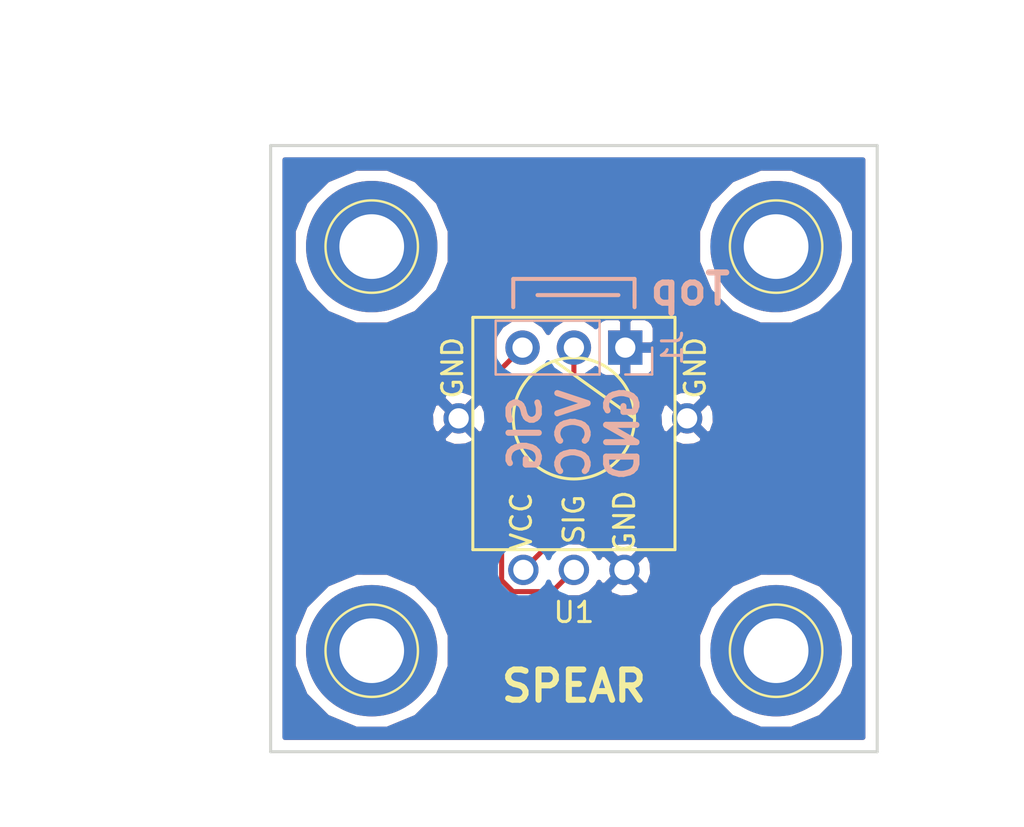
<source format=kicad_pcb>
(kicad_pcb (version 4) (host pcbnew 4.0.7)

  (general
    (links 5)
    (no_connects 0)
    (area 119.924999 69.924999 150.075001 115.075001)
    (thickness 1.6)
    (drawings 17)
    (tracks 8)
    (zones 0)
    (modules 6)
    (nets 4)
  )

  (page A4)
  (layers
    (0 F.Cu signal)
    (31 B.Cu signal)
    (32 B.Adhes user)
    (33 F.Adhes user)
    (34 B.Paste user)
    (35 F.Paste user)
    (36 B.SilkS user)
    (37 F.SilkS user)
    (38 B.Mask user)
    (39 F.Mask user)
    (40 Dwgs.User user)
    (41 Cmts.User user)
    (42 Eco1.User user)
    (43 Eco2.User user)
    (44 Edge.Cuts user)
    (45 Margin user)
    (46 B.CrtYd user)
    (47 F.CrtYd user)
    (48 B.Fab user)
    (49 F.Fab user)
  )

  (setup
    (last_trace_width 0.25)
    (trace_clearance 0.2)
    (zone_clearance 0.508)
    (zone_45_only no)
    (trace_min 0.2)
    (segment_width 0.2)
    (edge_width 0.15)
    (via_size 0.6)
    (via_drill 0.4)
    (via_min_size 0.4)
    (via_min_drill 0.3)
    (uvia_size 0.3)
    (uvia_drill 0.1)
    (uvias_allowed no)
    (uvia_min_size 0.2)
    (uvia_min_drill 0.1)
    (pcb_text_width 0.3)
    (pcb_text_size 1.5 1.5)
    (mod_edge_width 0.15)
    (mod_text_size 1 1)
    (mod_text_width 0.15)
    (pad_size 6.5 6.5)
    (pad_drill 3.2)
    (pad_to_mask_clearance 0.2)
    (aux_axis_origin 120 70)
    (grid_origin 120 115)
    (visible_elements 7FFFFFFF)
    (pcbplotparams
      (layerselection 0x010f0_80000001)
      (usegerberextensions false)
      (excludeedgelayer true)
      (linewidth 0.100000)
      (plotframeref false)
      (viasonmask false)
      (mode 1)
      (useauxorigin false)
      (hpglpennumber 1)
      (hpglpenspeed 20)
      (hpglpendiameter 15)
      (hpglpenoverlay 2)
      (psnegative false)
      (psa4output false)
      (plotreference true)
      (plotvalue true)
      (plotinvisibletext false)
      (padsonsilk false)
      (subtractmaskfromsilk false)
      (outputformat 1)
      (mirror false)
      (drillshape 0)
      (scaleselection 1)
      (outputdirectory Gerbers/))
  )

  (net 0 "")
  (net 1 /GND)
  (net 2 /VCC)
  (net 3 /SIGNAL)

  (net_class Default "This is the default net class."
    (clearance 0.2)
    (trace_width 0.25)
    (via_dia 0.6)
    (via_drill 0.4)
    (uvia_dia 0.3)
    (uvia_drill 0.1)
    (add_net /GND)
    (add_net /SIGNAL)
    (add_net /VCC)
  )

  (module Pin_Headers:Pin_Header_Straight_1x03_Pitch2.54mm (layer B.Cu) (tedit 59650532) (tstamp 5B33A996)
    (at 137.54 95 90)
    (descr "Through hole straight pin header, 1x03, 2.54mm pitch, single row")
    (tags "Through hole pin header THT 1x03 2.54mm single row")
    (path /5B32667A)
    (fp_text reference J1 (at 0 2.33 90) (layer B.SilkS)
      (effects (font (size 1 1) (thickness 0.15)) (justify mirror))
    )
    (fp_text value Conn_01x03 (at 0 -7.41 90) (layer B.Fab)
      (effects (font (size 1 1) (thickness 0.15)) (justify mirror))
    )
    (fp_line (start -0.635 1.27) (end 1.27 1.27) (layer B.Fab) (width 0.1))
    (fp_line (start 1.27 1.27) (end 1.27 -6.35) (layer B.Fab) (width 0.1))
    (fp_line (start 1.27 -6.35) (end -1.27 -6.35) (layer B.Fab) (width 0.1))
    (fp_line (start -1.27 -6.35) (end -1.27 0.635) (layer B.Fab) (width 0.1))
    (fp_line (start -1.27 0.635) (end -0.635 1.27) (layer B.Fab) (width 0.1))
    (fp_line (start -1.33 -6.41) (end 1.33 -6.41) (layer B.SilkS) (width 0.12))
    (fp_line (start -1.33 -1.27) (end -1.33 -6.41) (layer B.SilkS) (width 0.12))
    (fp_line (start 1.33 -1.27) (end 1.33 -6.41) (layer B.SilkS) (width 0.12))
    (fp_line (start -1.33 -1.27) (end 1.33 -1.27) (layer B.SilkS) (width 0.12))
    (fp_line (start -1.33 0) (end -1.33 1.33) (layer B.SilkS) (width 0.12))
    (fp_line (start -1.33 1.33) (end 0 1.33) (layer B.SilkS) (width 0.12))
    (fp_line (start -1.8 1.8) (end -1.8 -6.85) (layer B.CrtYd) (width 0.05))
    (fp_line (start -1.8 -6.85) (end 1.8 -6.85) (layer B.CrtYd) (width 0.05))
    (fp_line (start 1.8 -6.85) (end 1.8 1.8) (layer B.CrtYd) (width 0.05))
    (fp_line (start 1.8 1.8) (end -1.8 1.8) (layer B.CrtYd) (width 0.05))
    (fp_text user %R (at 0 -2.54 360) (layer B.Fab)
      (effects (font (size 1 1) (thickness 0.15)) (justify mirror))
    )
    (pad 1 thru_hole rect (at 0 0 90) (size 1.7 1.7) (drill 1) (layers *.Cu *.Mask)
      (net 1 /GND))
    (pad 2 thru_hole oval (at 0 -2.54 90) (size 1.7 1.7) (drill 1) (layers *.Cu *.Mask)
      (net 2 /VCC))
    (pad 3 thru_hole oval (at 0 -5.08 90) (size 1.7 1.7) (drill 1) (layers *.Cu *.Mask)
      (net 3 /SIGNAL))
    (model ${KISYS3DMOD}/Pin_Headers.3dshapes/Pin_Header_Straight_1x03_Pitch2.54mm.wrl
      (at (xyz 0 0 0))
      (scale (xyz 1 1 1))
      (rotate (xyz 0 0 0))
    )
  )

  (module Connectors:1pin (layer F.Cu) (tedit 5B35C26C) (tstamp 5B33B2E1)
    (at 125 90)
    (descr "module 1 pin (ou trou mecanique de percage)")
    (tags DEV)
    (fp_text reference REF** (at 0 -3.048) (layer F.SilkS) hide
      (effects (font (size 1 1) (thickness 0.15)))
    )
    (fp_text value 1pin (at 0 3) (layer F.Fab)
      (effects (font (size 1 1) (thickness 0.15)))
    )
    (fp_circle (center 0 0) (end 2 0.8) (layer F.Fab) (width 0.1))
    (fp_circle (center 0 0) (end 2.6 0) (layer F.CrtYd) (width 0.05))
    (fp_circle (center 0 0) (end 0 -2.286) (layer F.SilkS) (width 0.12))
    (pad ~ thru_hole circle (at 0 0) (size 6.5 6.5) (drill 3.2) (layers *.Cu *.Mask))
  )

  (module Connectors:1pin (layer F.Cu) (tedit 5B35C274) (tstamp 5B33B2F0)
    (at 145 90)
    (descr "module 1 pin (ou trou mecanique de percage)")
    (tags DEV)
    (fp_text reference REF** (at 0 -3.048) (layer F.SilkS) hide
      (effects (font (size 1 1) (thickness 0.15)))
    )
    (fp_text value 1pin (at 0 3) (layer F.Fab)
      (effects (font (size 1 1) (thickness 0.15)))
    )
    (fp_circle (center 0 0) (end 2 0.8) (layer F.Fab) (width 0.1))
    (fp_circle (center 0 0) (end 2.6 0) (layer F.CrtYd) (width 0.05))
    (fp_circle (center 0 0) (end 0 -2.286) (layer F.SilkS) (width 0.12))
    (pad ~ thru_hole circle (at 0 0) (size 6.5 6.5) (drill 3.2) (layers *.Cu *.Mask))
  )

  (module Connectors:1pin (layer F.Cu) (tedit 5B35C257) (tstamp 5B33B302)
    (at 125 110)
    (descr "module 1 pin (ou trou mecanique de percage)")
    (tags DEV)
    (fp_text reference REF** (at 0 -3.048) (layer F.SilkS) hide
      (effects (font (size 1 1) (thickness 0.15)))
    )
    (fp_text value 1pin (at 0 3) (layer F.Fab)
      (effects (font (size 1 1) (thickness 0.15)))
    )
    (fp_circle (center 0 0) (end 2 0.8) (layer F.Fab) (width 0.1))
    (fp_circle (center 0 0) (end 2.6 0) (layer F.CrtYd) (width 0.05))
    (fp_circle (center 0 0) (end 0 -2.286) (layer F.SilkS) (width 0.12))
    (pad ~ thru_hole circle (at 0 0) (size 6.5 6.5) (drill 3.2) (layers *.Cu *.Mask))
  )

  (module Connectors:1pin (layer F.Cu) (tedit 5B35C262) (tstamp 5B33B312)
    (at 145 110)
    (descr "module 1 pin (ou trou mecanique de percage)")
    (tags DEV)
    (fp_text reference REF** (at 0 -3.048) (layer F.SilkS) hide
      (effects (font (size 1 1) (thickness 0.15)))
    )
    (fp_text value 1pin (at 0 3) (layer F.Fab)
      (effects (font (size 1 1) (thickness 0.15)))
    )
    (fp_circle (center 0 0) (end 2 0.8) (layer F.Fab) (width 0.1))
    (fp_circle (center 0 0) (end 2.6 0) (layer F.CrtYd) (width 0.05))
    (fp_circle (center 0 0) (end 0 -2.286) (layer F.SilkS) (width 0.12))
    (pad ~ thru_hole circle (at 0 0) (size 6.5 6.5) (drill 3.2) (layers *.Cu *.Mask))
  )

  (module "SPEAR Arm Encoder:Potentiometer" (layer F.Cu) (tedit 5B35BFD1) (tstamp 5B35C1CA)
    (at 135 101)
    (path /5B325F2E)
    (fp_text reference U1 (at 0 7.1) (layer F.SilkS)
      (effects (font (size 1 1) (thickness 0.15)))
    )
    (fp_text value Potentiometer (at 0 -8.2) (layer F.Fab)
      (effects (font (size 1 1) (thickness 0.15)))
    )
    (fp_line (start 3 -2.5) (end -0.9 -5.3) (layer F.SilkS) (width 0.15))
    (fp_circle (center 0 -2.5) (end 3 -2.5) (layer F.SilkS) (width 0.15))
    (fp_line (start -5 -7.5) (end -5 4) (layer F.SilkS) (width 0.15))
    (fp_line (start 5 -7.5) (end -5 -7.5) (layer F.SilkS) (width 0.15))
    (fp_line (start 5 4) (end 5 -7.5) (layer F.SilkS) (width 0.15))
    (fp_line (start -5 4) (end 5 4) (layer F.SilkS) (width 0.15))
    (fp_text user GND (at -6 -5 90) (layer F.SilkS)
      (effects (font (size 1 1) (thickness 0.15)))
    )
    (fp_text user GND (at 6 -5 90) (layer F.SilkS)
      (effects (font (size 1 1) (thickness 0.15)))
    )
    (fp_text user GND (at 2.5 2.6 270) (layer F.SilkS)
      (effects (font (size 1 1) (thickness 0.15)))
    )
    (fp_text user SIG (at 0 2.5 90) (layer F.SilkS)
      (effects (font (size 1 1) (thickness 0.15)))
    )
    (fp_text user VCC (at -2.6 2.6 270) (layer F.SilkS)
      (effects (font (size 1 1) (thickness 0.15)))
    )
    (pad 1 thru_hole circle (at -2.5 5) (size 1.5 1.5) (drill 1) (layers *.Cu *.Mask)
      (net 2 /VCC))
    (pad 2 thru_hole circle (at 0 5) (size 1.5 1.5) (drill 1) (layers *.Cu *.Mask)
      (net 3 /SIGNAL))
    (pad 3 thru_hole circle (at 2.5 5) (size 1.5 1.5) (drill 1) (layers *.Cu *.Mask)
      (net 1 /GND))
    (pad 4 thru_hole circle (at -5.7 -2.5) (size 1.5 1.5) (drill 1) (layers *.Cu *.Mask)
      (net 1 /GND))
    (pad 5 thru_hole circle (at 5.6 -2.5) (size 1.5 1.5) (drill 1) (layers *.Cu *.Mask)
      (net 1 /GND))
  )

  (dimension 20 (width 0.3) (layer Cmts.User)
    (gr_text "20.000 mm" (at 135 79.65) (layer Cmts.User)
      (effects (font (size 1.5 1.5) (thickness 0.3)))
    )
    (feature1 (pts (xy 145 90) (xy 145 78.3)))
    (feature2 (pts (xy 125 90) (xy 125 78.3)))
    (crossbar (pts (xy 125 81) (xy 145 81)))
    (arrow1a (pts (xy 145 81) (xy 143.873496 81.586421)))
    (arrow1b (pts (xy 145 81) (xy 143.873496 80.413579)))
    (arrow2a (pts (xy 125 81) (xy 126.126504 81.586421)))
    (arrow2b (pts (xy 125 81) (xy 126.126504 80.413579)))
  )
  (dimension 20 (width 0.3) (layer Cmts.User)
    (gr_text "20.000 mm" (at 112.9 100 270) (layer Cmts.User)
      (effects (font (size 1.5 1.5) (thickness 0.3)))
    )
    (feature1 (pts (xy 125 110) (xy 111.55 110)))
    (feature2 (pts (xy 125 90) (xy 111.55 90)))
    (crossbar (pts (xy 114.25 90) (xy 114.25 110)))
    (arrow1a (pts (xy 114.25 110) (xy 113.663579 108.873496)))
    (arrow1b (pts (xy 114.25 110) (xy 114.836421 108.873496)))
    (arrow2a (pts (xy 114.25 90) (xy 113.663579 91.126504)))
    (arrow2b (pts (xy 114.25 90) (xy 114.836421 91.126504)))
  )
  (dimension 30 (width 0.3) (layer Cmts.User)
    (gr_text "30.000 mm" (at 154.6 100 90) (layer Cmts.User)
      (effects (font (size 1.5 1.5) (thickness 0.3)))
    )
    (feature1 (pts (xy 150 85) (xy 155.95 85)))
    (feature2 (pts (xy 150 115) (xy 155.95 115)))
    (crossbar (pts (xy 153.25 115) (xy 153.25 85)))
    (arrow1a (pts (xy 153.25 85) (xy 153.836421 86.126504)))
    (arrow1b (pts (xy 153.25 85) (xy 152.663579 86.126504)))
    (arrow2a (pts (xy 153.25 115) (xy 153.836421 113.873496)))
    (arrow2b (pts (xy 153.25 115) (xy 152.663579 113.873496)))
  )
  (dimension 30 (width 0.3) (layer Cmts.User)
    (gr_text "30.000 mm" (at 135 119.349999) (layer Cmts.User)
      (effects (font (size 1.5 1.5) (thickness 0.3)))
    )
    (feature1 (pts (xy 150 115) (xy 150 120.699999)))
    (feature2 (pts (xy 120 115) (xy 120 120.699999)))
    (crossbar (pts (xy 120 117.999999) (xy 150 117.999999)))
    (arrow1a (pts (xy 150 117.999999) (xy 148.873496 118.58642)))
    (arrow1b (pts (xy 150 117.999999) (xy 148.873496 117.413578)))
    (arrow2a (pts (xy 120 117.999999) (xy 121.126504 118.58642)))
    (arrow2b (pts (xy 120 117.999999) (xy 121.126504 117.413578)))
  )
  (gr_line (start 150 85) (end 150 115) (layer Edge.Cuts) (width 0.15))
  (gr_line (start 120 85) (end 150 85) (layer Edge.Cuts) (width 0.15))
  (gr_line (start 120 115) (end 120 85) (layer Edge.Cuts) (width 0.15))
  (gr_line (start 150 115) (end 150 115) (layer Edge.Cuts) (width 0.15))
  (gr_text SPEAR (at 135 111.75 360) (layer F.SilkS)
    (effects (font (size 1.5 1.5) (thickness 0.3)))
  )
  (gr_text Top (at 140.75 92.1 360) (layer B.SilkS)
    (effects (font (size 1.5 1.5) (thickness 0.3)) (justify mirror))
  )
  (gr_line (start 137.2 92.4) (end 133.2 92.4) (layer B.SilkS) (width 0.2))
  (gr_line (start 138 92.4) (end 138 93) (layer B.SilkS) (width 0.2))
  (gr_line (start 132 91.6) (end 132 93) (layer B.SilkS) (width 0.2))
  (gr_line (start 138 91.6) (end 132 91.6) (layer B.SilkS) (width 0.2))
  (gr_line (start 138 92.4) (end 138 91.6) (layer B.SilkS) (width 0.2))
  (gr_text "SIG\nVCC\nGND" (at 135 99.25 90) (layer B.SilkS)
    (effects (font (size 1.5 1.5) (thickness 0.3)) (justify mirror))
  )
  (gr_line (start 150 115) (end 120 115) (layer Edge.Cuts) (width 0.15))

  (segment (start 132.5 106) (end 135 103.5) (width 0.25) (layer F.Cu) (net 2))
  (segment (start 135 103.5) (end 135 95) (width 0.25) (layer F.Cu) (net 2))
  (segment (start 135 106) (end 133.924999 107.075001) (width 0.25) (layer F.Cu) (net 3))
  (segment (start 133.924999 107.075001) (end 131.983999 107.075001) (width 0.25) (layer F.Cu) (net 3))
  (segment (start 131.983999 107.075001) (end 131.424999 106.516001) (width 0.25) (layer F.Cu) (net 3))
  (segment (start 131.424999 106.516001) (end 131.424999 96.035001) (width 0.25) (layer F.Cu) (net 3))
  (segment (start 131.424999 96.035001) (end 131.610001 95.849999) (width 0.25) (layer F.Cu) (net 3))
  (segment (start 131.610001 95.849999) (end 132.46 95) (width 0.25) (layer F.Cu) (net 3))

  (zone (net 1) (net_name /GND) (layer F.Cu) (tstamp 0) (hatch edge 0.508)
    (connect_pads (clearance 0.508))
    (min_thickness 0.254)
    (fill yes (arc_segments 16) (thermal_gap 0.508) (thermal_bridge_width 0.508))
    (polygon
      (pts
        (xy 120.25 85.25) (xy 149.75 85.25) (xy 149.75 114.75) (xy 120.25 114.75)
      )
    )
    (filled_polygon
      (pts
        (xy 149.29 114.29) (xy 120.71 114.29) (xy 120.71 110.769384) (xy 121.114327 110.769384) (xy 121.704537 112.197801)
        (xy 122.796451 113.291623) (xy 124.223835 113.884324) (xy 125.769384 113.885673) (xy 127.197801 113.295463) (xy 128.291623 112.203549)
        (xy 128.884324 110.776165) (xy 128.884329 110.769384) (xy 141.114327 110.769384) (xy 141.704537 112.197801) (xy 142.796451 113.291623)
        (xy 144.223835 113.884324) (xy 145.769384 113.885673) (xy 147.197801 113.295463) (xy 148.291623 112.203549) (xy 148.884324 110.776165)
        (xy 148.885673 109.230616) (xy 148.295463 107.802199) (xy 147.203549 106.708377) (xy 145.776165 106.115676) (xy 144.230616 106.114327)
        (xy 142.802199 106.704537) (xy 141.708377 107.796451) (xy 141.115676 109.223835) (xy 141.114327 110.769384) (xy 128.884329 110.769384)
        (xy 128.885673 109.230616) (xy 128.295463 107.802199) (xy 127.203549 106.708377) (xy 125.776165 106.115676) (xy 124.230616 106.114327)
        (xy 122.802199 106.704537) (xy 121.708377 107.796451) (xy 121.115676 109.223835) (xy 121.114327 110.769384) (xy 120.71 110.769384)
        (xy 120.71 99.471517) (xy 128.508088 99.471517) (xy 128.576077 99.71246) (xy 129.095171 99.897201) (xy 129.645448 99.86923)
        (xy 130.023923 99.71246) (xy 130.091912 99.471517) (xy 129.3 98.679605) (xy 128.508088 99.471517) (xy 120.71 99.471517)
        (xy 120.71 98.295171) (xy 127.902799 98.295171) (xy 127.93077 98.845448) (xy 128.08754 99.223923) (xy 128.328483 99.291912)
        (xy 129.120395 98.5) (xy 129.479605 98.5) (xy 130.271517 99.291912) (xy 130.51246 99.223923) (xy 130.664999 98.795312)
        (xy 130.664999 106.516001) (xy 130.722851 106.80684) (xy 130.887598 107.053402) (xy 131.446598 107.612402) (xy 131.693159 107.777149)
        (xy 131.983999 107.835001) (xy 133.924999 107.835001) (xy 134.215838 107.777149) (xy 134.4624 107.612402) (xy 134.6998 107.375002)
        (xy 134.723298 107.384759) (xy 135.274285 107.38524) (xy 135.783515 107.174831) (xy 135.987183 106.971517) (xy 136.708088 106.971517)
        (xy 136.776077 107.21246) (xy 137.295171 107.397201) (xy 137.845448 107.36923) (xy 138.223923 107.21246) (xy 138.291912 106.971517)
        (xy 137.5 106.179605) (xy 136.708088 106.971517) (xy 135.987183 106.971517) (xy 136.173461 106.785564) (xy 136.243353 106.617246)
        (xy 136.28754 106.723923) (xy 136.528483 106.791912) (xy 137.320395 106) (xy 137.679605 106) (xy 138.471517 106.791912)
        (xy 138.71246 106.723923) (xy 138.897201 106.204829) (xy 138.86923 105.654552) (xy 138.71246 105.276077) (xy 138.471517 105.208088)
        (xy 137.679605 106) (xy 137.320395 106) (xy 136.528483 105.208088) (xy 136.28754 105.276077) (xy 136.246778 105.390611)
        (xy 136.174831 105.216485) (xy 135.987157 105.028483) (xy 136.708088 105.028483) (xy 137.5 105.820395) (xy 138.291912 105.028483)
        (xy 138.223923 104.78754) (xy 137.704829 104.602799) (xy 137.154552 104.63077) (xy 136.776077 104.78754) (xy 136.708088 105.028483)
        (xy 135.987157 105.028483) (xy 135.785564 104.826539) (xy 135.276702 104.615241) (xy 134.959838 104.614964) (xy 135.537401 104.037401)
        (xy 135.702148 103.790839) (xy 135.76 103.5) (xy 135.76 99.471517) (xy 139.808088 99.471517) (xy 139.876077 99.71246)
        (xy 140.395171 99.897201) (xy 140.945448 99.86923) (xy 141.323923 99.71246) (xy 141.391912 99.471517) (xy 140.6 98.679605)
        (xy 139.808088 99.471517) (xy 135.76 99.471517) (xy 135.76 98.295171) (xy 139.202799 98.295171) (xy 139.23077 98.845448)
        (xy 139.38754 99.223923) (xy 139.628483 99.291912) (xy 140.420395 98.5) (xy 140.779605 98.5) (xy 141.571517 99.291912)
        (xy 141.81246 99.223923) (xy 141.997201 98.704829) (xy 141.96923 98.154552) (xy 141.81246 97.776077) (xy 141.571517 97.708088)
        (xy 140.779605 98.5) (xy 140.420395 98.5) (xy 139.628483 97.708088) (xy 139.38754 97.776077) (xy 139.202799 98.295171)
        (xy 135.76 98.295171) (xy 135.76 97.528483) (xy 139.808088 97.528483) (xy 140.6 98.320395) (xy 141.391912 97.528483)
        (xy 141.323923 97.28754) (xy 140.804829 97.102799) (xy 140.254552 97.13077) (xy 139.876077 97.28754) (xy 139.808088 97.528483)
        (xy 135.76 97.528483) (xy 135.76 96.272954) (xy 136.050054 96.079147) (xy 136.079403 96.035223) (xy 136.151673 96.209698)
        (xy 136.330301 96.388327) (xy 136.56369 96.485) (xy 137.25425 96.485) (xy 137.413 96.32625) (xy 137.413 95.127)
        (xy 137.667 95.127) (xy 137.667 96.32625) (xy 137.82575 96.485) (xy 138.51631 96.485) (xy 138.749699 96.388327)
        (xy 138.928327 96.209698) (xy 139.025 95.976309) (xy 139.025 95.28575) (xy 138.86625 95.127) (xy 137.667 95.127)
        (xy 137.413 95.127) (xy 137.393 95.127) (xy 137.393 94.873) (xy 137.413 94.873) (xy 137.413 93.67375)
        (xy 137.667 93.67375) (xy 137.667 94.873) (xy 138.86625 94.873) (xy 139.025 94.71425) (xy 139.025 94.023691)
        (xy 138.928327 93.790302) (xy 138.749699 93.611673) (xy 138.51631 93.515) (xy 137.82575 93.515) (xy 137.667 93.67375)
        (xy 137.413 93.67375) (xy 137.25425 93.515) (xy 136.56369 93.515) (xy 136.330301 93.611673) (xy 136.151673 93.790302)
        (xy 136.079403 93.964777) (xy 136.050054 93.920853) (xy 135.568285 93.598946) (xy 135 93.485907) (xy 134.431715 93.598946)
        (xy 133.949946 93.920853) (xy 133.73 94.250026) (xy 133.510054 93.920853) (xy 133.028285 93.598946) (xy 132.46 93.485907)
        (xy 131.891715 93.598946) (xy 131.409946 93.920853) (xy 131.088039 94.402622) (xy 130.975 94.970907) (xy 130.975 95.029093)
        (xy 131.038229 95.346969) (xy 130.887598 95.4976) (xy 130.722851 95.744162) (xy 130.664999 96.035001) (xy 130.664999 98.144337)
        (xy 130.51246 97.776077) (xy 130.271517 97.708088) (xy 129.479605 98.5) (xy 129.120395 98.5) (xy 128.328483 97.708088)
        (xy 128.08754 97.776077) (xy 127.902799 98.295171) (xy 120.71 98.295171) (xy 120.71 97.528483) (xy 128.508088 97.528483)
        (xy 129.3 98.320395) (xy 130.091912 97.528483) (xy 130.023923 97.28754) (xy 129.504829 97.102799) (xy 128.954552 97.13077)
        (xy 128.576077 97.28754) (xy 128.508088 97.528483) (xy 120.71 97.528483) (xy 120.71 90.769384) (xy 121.114327 90.769384)
        (xy 121.704537 92.197801) (xy 122.796451 93.291623) (xy 124.223835 93.884324) (xy 125.769384 93.885673) (xy 127.197801 93.295463)
        (xy 128.291623 92.203549) (xy 128.884324 90.776165) (xy 128.884329 90.769384) (xy 141.114327 90.769384) (xy 141.704537 92.197801)
        (xy 142.796451 93.291623) (xy 144.223835 93.884324) (xy 145.769384 93.885673) (xy 147.197801 93.295463) (xy 148.291623 92.203549)
        (xy 148.884324 90.776165) (xy 148.885673 89.230616) (xy 148.295463 87.802199) (xy 147.203549 86.708377) (xy 145.776165 86.115676)
        (xy 144.230616 86.114327) (xy 142.802199 86.704537) (xy 141.708377 87.796451) (xy 141.115676 89.223835) (xy 141.114327 90.769384)
        (xy 128.884329 90.769384) (xy 128.885673 89.230616) (xy 128.295463 87.802199) (xy 127.203549 86.708377) (xy 125.776165 86.115676)
        (xy 124.230616 86.114327) (xy 122.802199 86.704537) (xy 121.708377 87.796451) (xy 121.115676 89.223835) (xy 121.114327 90.769384)
        (xy 120.71 90.769384) (xy 120.71 85.71) (xy 149.29 85.71)
      )
    )
  )
  (zone (net 1) (net_name /GND) (layer B.Cu) (tstamp 0) (hatch edge 0.508)
    (connect_pads (clearance 0.508))
    (min_thickness 0.254)
    (fill yes (arc_segments 16) (thermal_gap 0.508) (thermal_bridge_width 0.508))
    (polygon
      (pts
        (xy 120.25 85.25) (xy 149.75 85.25) (xy 149.75 114.75) (xy 120.25 114.75)
      )
    )
    (filled_polygon
      (pts
        (xy 149.29 114.29) (xy 120.71 114.29) (xy 120.71 110.769384) (xy 121.114327 110.769384) (xy 121.704537 112.197801)
        (xy 122.796451 113.291623) (xy 124.223835 113.884324) (xy 125.769384 113.885673) (xy 127.197801 113.295463) (xy 128.291623 112.203549)
        (xy 128.884324 110.776165) (xy 128.884329 110.769384) (xy 141.114327 110.769384) (xy 141.704537 112.197801) (xy 142.796451 113.291623)
        (xy 144.223835 113.884324) (xy 145.769384 113.885673) (xy 147.197801 113.295463) (xy 148.291623 112.203549) (xy 148.884324 110.776165)
        (xy 148.885673 109.230616) (xy 148.295463 107.802199) (xy 147.203549 106.708377) (xy 145.776165 106.115676) (xy 144.230616 106.114327)
        (xy 142.802199 106.704537) (xy 141.708377 107.796451) (xy 141.115676 109.223835) (xy 141.114327 110.769384) (xy 128.884329 110.769384)
        (xy 128.885673 109.230616) (xy 128.295463 107.802199) (xy 127.203549 106.708377) (xy 126.158139 106.274285) (xy 131.11476 106.274285)
        (xy 131.325169 106.783515) (xy 131.714436 107.173461) (xy 132.223298 107.384759) (xy 132.774285 107.38524) (xy 133.283515 107.174831)
        (xy 133.673461 106.785564) (xy 133.749927 106.601414) (xy 133.825169 106.783515) (xy 134.214436 107.173461) (xy 134.723298 107.384759)
        (xy 135.274285 107.38524) (xy 135.783515 107.174831) (xy 135.987183 106.971517) (xy 136.708088 106.971517) (xy 136.776077 107.21246)
        (xy 137.295171 107.397201) (xy 137.845448 107.36923) (xy 138.223923 107.21246) (xy 138.291912 106.971517) (xy 137.5 106.179605)
        (xy 136.708088 106.971517) (xy 135.987183 106.971517) (xy 136.173461 106.785564) (xy 136.243353 106.617246) (xy 136.28754 106.723923)
        (xy 136.528483 106.791912) (xy 137.320395 106) (xy 137.679605 106) (xy 138.471517 106.791912) (xy 138.71246 106.723923)
        (xy 138.897201 106.204829) (xy 138.86923 105.654552) (xy 138.71246 105.276077) (xy 138.471517 105.208088) (xy 137.679605 106)
        (xy 137.320395 106) (xy 136.528483 105.208088) (xy 136.28754 105.276077) (xy 136.246778 105.390611) (xy 136.174831 105.216485)
        (xy 135.987157 105.028483) (xy 136.708088 105.028483) (xy 137.5 105.820395) (xy 138.291912 105.028483) (xy 138.223923 104.78754)
        (xy 137.704829 104.602799) (xy 137.154552 104.63077) (xy 136.776077 104.78754) (xy 136.708088 105.028483) (xy 135.987157 105.028483)
        (xy 135.785564 104.826539) (xy 135.276702 104.615241) (xy 134.725715 104.61476) (xy 134.216485 104.825169) (xy 133.826539 105.214436)
        (xy 133.750073 105.398586) (xy 133.674831 105.216485) (xy 133.285564 104.826539) (xy 132.776702 104.615241) (xy 132.225715 104.61476)
        (xy 131.716485 104.825169) (xy 131.326539 105.214436) (xy 131.115241 105.723298) (xy 131.11476 106.274285) (xy 126.158139 106.274285)
        (xy 125.776165 106.115676) (xy 124.230616 106.114327) (xy 122.802199 106.704537) (xy 121.708377 107.796451) (xy 121.115676 109.223835)
        (xy 121.114327 110.769384) (xy 120.71 110.769384) (xy 120.71 99.471517) (xy 128.508088 99.471517) (xy 128.576077 99.71246)
        (xy 129.095171 99.897201) (xy 129.645448 99.86923) (xy 130.023923 99.71246) (xy 130.091912 99.471517) (xy 139.808088 99.471517)
        (xy 139.876077 99.71246) (xy 140.395171 99.897201) (xy 140.945448 99.86923) (xy 141.323923 99.71246) (xy 141.391912 99.471517)
        (xy 140.6 98.679605) (xy 139.808088 99.471517) (xy 130.091912 99.471517) (xy 129.3 98.679605) (xy 128.508088 99.471517)
        (xy 120.71 99.471517) (xy 120.71 98.295171) (xy 127.902799 98.295171) (xy 127.93077 98.845448) (xy 128.08754 99.223923)
        (xy 128.328483 99.291912) (xy 129.120395 98.5) (xy 129.479605 98.5) (xy 130.271517 99.291912) (xy 130.51246 99.223923)
        (xy 130.697201 98.704829) (xy 130.676378 98.295171) (xy 139.202799 98.295171) (xy 139.23077 98.845448) (xy 139.38754 99.223923)
        (xy 139.628483 99.291912) (xy 140.420395 98.5) (xy 140.779605 98.5) (xy 141.571517 99.291912) (xy 141.81246 99.223923)
        (xy 141.997201 98.704829) (xy 141.96923 98.154552) (xy 141.81246 97.776077) (xy 141.571517 97.708088) (xy 140.779605 98.5)
        (xy 140.420395 98.5) (xy 139.628483 97.708088) (xy 139.38754 97.776077) (xy 139.202799 98.295171) (xy 130.676378 98.295171)
        (xy 130.66923 98.154552) (xy 130.51246 97.776077) (xy 130.271517 97.708088) (xy 129.479605 98.5) (xy 129.120395 98.5)
        (xy 128.328483 97.708088) (xy 128.08754 97.776077) (xy 127.902799 98.295171) (xy 120.71 98.295171) (xy 120.71 97.528483)
        (xy 128.508088 97.528483) (xy 129.3 98.320395) (xy 130.091912 97.528483) (xy 139.808088 97.528483) (xy 140.6 98.320395)
        (xy 141.391912 97.528483) (xy 141.323923 97.28754) (xy 140.804829 97.102799) (xy 140.254552 97.13077) (xy 139.876077 97.28754)
        (xy 139.808088 97.528483) (xy 130.091912 97.528483) (xy 130.023923 97.28754) (xy 129.504829 97.102799) (xy 128.954552 97.13077)
        (xy 128.576077 97.28754) (xy 128.508088 97.528483) (xy 120.71 97.528483) (xy 120.71 94.970907) (xy 130.975 94.970907)
        (xy 130.975 95.029093) (xy 131.088039 95.597378) (xy 131.409946 96.079147) (xy 131.891715 96.401054) (xy 132.46 96.514093)
        (xy 133.028285 96.401054) (xy 133.510054 96.079147) (xy 133.73 95.749974) (xy 133.949946 96.079147) (xy 134.431715 96.401054)
        (xy 135 96.514093) (xy 135.568285 96.401054) (xy 136.050054 96.079147) (xy 136.079403 96.035223) (xy 136.151673 96.209698)
        (xy 136.330301 96.388327) (xy 136.56369 96.485) (xy 137.25425 96.485) (xy 137.413 96.32625) (xy 137.413 95.127)
        (xy 137.667 95.127) (xy 137.667 96.32625) (xy 137.82575 96.485) (xy 138.51631 96.485) (xy 138.749699 96.388327)
        (xy 138.928327 96.209698) (xy 139.025 95.976309) (xy 139.025 95.28575) (xy 138.86625 95.127) (xy 137.667 95.127)
        (xy 137.413 95.127) (xy 137.393 95.127) (xy 137.393 94.873) (xy 137.413 94.873) (xy 137.413 93.67375)
        (xy 137.667 93.67375) (xy 137.667 94.873) (xy 138.86625 94.873) (xy 139.025 94.71425) (xy 139.025 94.023691)
        (xy 138.928327 93.790302) (xy 138.749699 93.611673) (xy 138.51631 93.515) (xy 137.82575 93.515) (xy 137.667 93.67375)
        (xy 137.413 93.67375) (xy 137.25425 93.515) (xy 136.56369 93.515) (xy 136.330301 93.611673) (xy 136.151673 93.790302)
        (xy 136.079403 93.964777) (xy 136.050054 93.920853) (xy 135.568285 93.598946) (xy 135 93.485907) (xy 134.431715 93.598946)
        (xy 133.949946 93.920853) (xy 133.73 94.250026) (xy 133.510054 93.920853) (xy 133.028285 93.598946) (xy 132.46 93.485907)
        (xy 131.891715 93.598946) (xy 131.409946 93.920853) (xy 131.088039 94.402622) (xy 130.975 94.970907) (xy 120.71 94.970907)
        (xy 120.71 90.769384) (xy 121.114327 90.769384) (xy 121.704537 92.197801) (xy 122.796451 93.291623) (xy 124.223835 93.884324)
        (xy 125.769384 93.885673) (xy 127.197801 93.295463) (xy 128.291623 92.203549) (xy 128.884324 90.776165) (xy 128.884329 90.769384)
        (xy 141.114327 90.769384) (xy 141.704537 92.197801) (xy 142.796451 93.291623) (xy 144.223835 93.884324) (xy 145.769384 93.885673)
        (xy 147.197801 93.295463) (xy 148.291623 92.203549) (xy 148.884324 90.776165) (xy 148.885673 89.230616) (xy 148.295463 87.802199)
        (xy 147.203549 86.708377) (xy 145.776165 86.115676) (xy 144.230616 86.114327) (xy 142.802199 86.704537) (xy 141.708377 87.796451)
        (xy 141.115676 89.223835) (xy 141.114327 90.769384) (xy 128.884329 90.769384) (xy 128.885673 89.230616) (xy 128.295463 87.802199)
        (xy 127.203549 86.708377) (xy 125.776165 86.115676) (xy 124.230616 86.114327) (xy 122.802199 86.704537) (xy 121.708377 87.796451)
        (xy 121.115676 89.223835) (xy 121.114327 90.769384) (xy 120.71 90.769384) (xy 120.71 85.71) (xy 149.29 85.71)
      )
    )
  )
)

</source>
